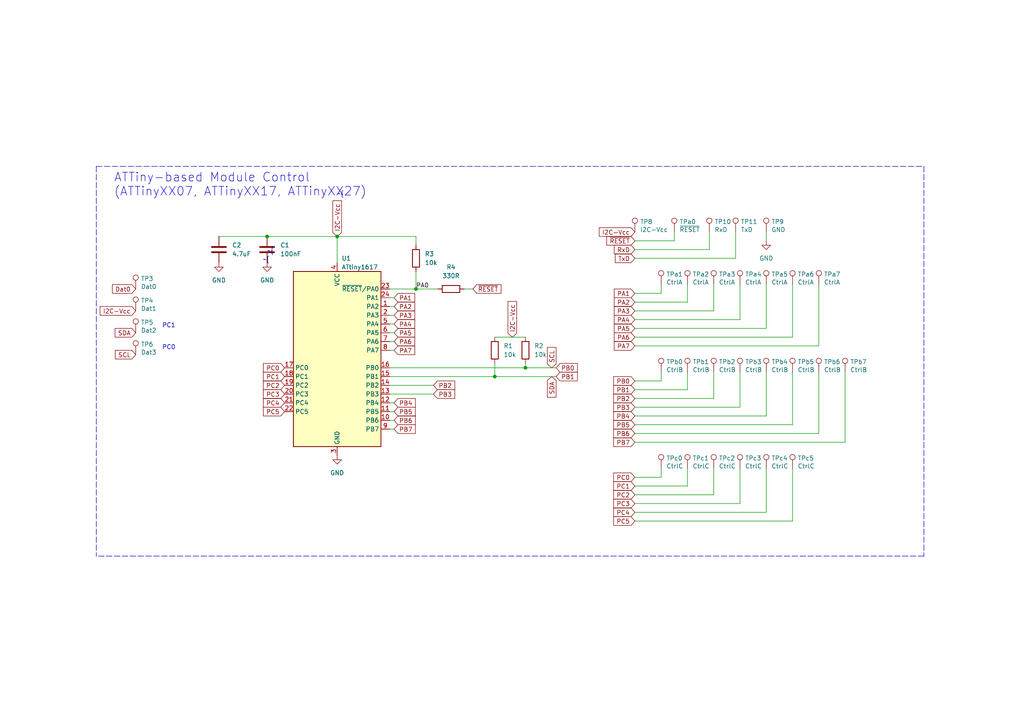
<source format=kicad_sch>
(kicad_sch (version 20211123) (generator eeschema)
  (paper "A4")
  (lib_symbols
    (symbol "Connector:TestPoint" (pin_numbers hide) (pin_names (offset 0.762) hide)
      (property "Reference" "TP" (at 0 6.858 0))
      (property "Value" "TestPoint" (at 0 5.08 0))
      (symbol "TestPoint_0_1"
        (circle (center 0 3.302) (radius 0.762))
      )
      (symbol "TestPoint_1_1"
        (pin passive line (at 0 0 90) (length 2.54) (name "1") (number "1"))
      )
    )
    (symbol "Device:C" (pin_numbers hide) (pin_names (offset 0.254))
      (property "Reference" "C" (at 0.635 2.54 0))
      (property "Value" "C" (at 0.635 -2.54 0))
      (symbol "C_0_1"
        (polyline (pts (xy -2.032 -0.762) (xy 2.032 -0.762)) (stroke (width 0.508)))
        (polyline (pts (xy -2.032 0.762) (xy 2.032 0.762)) (stroke (width 0.508)))
      )
      (symbol "C_1_1"
        (pin passive line (at 0 3.81 270) (length 2.794) (name "~") (number "1"))
        (pin passive line (at 0 -3.81 90) (length 2.794) (name "~") (number "2"))
      )
    )
    (symbol "Device:R" (pin_numbers hide) (pin_names (offset 0))
      (property "Reference" "R" (at 2.032 0 90))
      (property "Value" "R" (at 0 0 90))
      (symbol "R_0_1"
        (rectangle (start -1.016 -2.54) (end 1.016 2.54) (stroke (width 0.254)))
      )
      (symbol "R_1_1"
        (pin passive line (at 0 3.81 270) (length 1.27) (name "~") (number "1"))
        (pin passive line (at 0 -3.81 90) (length 1.27) (name "~") (number "2"))
      )
    )
    (symbol "MCU_Microchip_ATtiny:ATtiny817-M"
      (property "Reference" "U" (at -12.7 26.67 0))
      (property "Value" "ATtiny817-M" (at 2.54 -26.67 0))
      (symbol "ATtiny817-M_0_1"
        (rectangle (start -12.7 -25.4) (end 12.7 25.4) (stroke (width 0.254)) (fill (type background)))
      )
      (symbol "ATtiny817-M_1_1"
        (pin bidirectional line (at 15.24 15.24 180) (length 2.54) (name "PA2") (number "1"))
        (pin bidirectional line (at 15.24 -17.78 180) (length 2.54) (name "PB6") (number "10"))
        (pin bidirectional line (at 15.24 -15.24 180) (length 2.54) (name "PB5") (number "11"))
        (pin bidirectional line (at 15.24 -12.7 180) (length 2.54) (name "PB4") (number "12"))
        (pin bidirectional line (at 15.24 -10.16 180) (length 2.54) (name "PB3") (number "13"))
        (pin bidirectional line (at 15.24 -7.62 180) (length 2.54) (name "PB2") (number "14"))
        (pin bidirectional line (at 15.24 -5.08 180) (length 2.54) (name "PB1") (number "15"))
        (pin bidirectional line (at 15.24 -2.54 180) (length 2.54) (name "PB0") (number "16"))
        (pin bidirectional line (at -15.24 -2.54 0) (length 2.54) (name "PC0") (number "17"))
        (pin bidirectional line (at -15.24 -5.08 0) (length 2.54) (name "PC1") (number "18"))
        (pin bidirectional line (at -15.24 -7.62 0) (length 2.54) (name "PC2") (number "19"))
        (pin bidirectional line (at 15.24 12.7 180) (length 2.54) (name "PA3") (number "2"))
        (pin bidirectional line (at -15.24 -10.16 0) (length 2.54) (name "PC3") (number "20"))
        (pin bidirectional line (at -15.24 -12.7 0) (length 2.54) (name "PC4") (number "21"))
        (pin bidirectional line (at -15.24 -15.24 0) (length 2.54) (name "PC5") (number "22"))
        (pin bidirectional line (at 15.24 20.32 180) (length 2.54) (name "~{RESET}/PA0") (number "23"))
        (pin bidirectional line (at 15.24 17.78 180) (length 2.54) (name "PA1") (number "24"))
        (pin passive line (at 0 -27.94 90) (length 2.54) hide (name "GND") (number "25"))
        (pin power_in line (at 0 -27.94 90) (length 2.54) (name "GND") (number "3"))
        (pin power_in line (at 0 27.94 270) (length 2.54) (name "VCC") (number "4"))
        (pin bidirectional line (at 15.24 10.16 180) (length 2.54) (name "PA4") (number "5"))
        (pin bidirectional line (at 15.24 7.62 180) (length 2.54) (name "PA5") (number "6"))
        (pin bidirectional line (at 15.24 5.08 180) (length 2.54) (name "PA6") (number "7"))
        (pin bidirectional line (at 15.24 2.54 180) (length 2.54) (name "PA7") (number "8"))
        (pin bidirectional line (at 15.24 -20.32 180) (length 2.54) (name "PB7") (number "9"))
      )
    )
    (symbol "power:GND" (power) (pin_names (offset 0))
      (property "Value" "GND" (at 0 -3.81 0))
      (symbol "GND_0_1"
        (polyline (pts (xy 0 0) (xy 0 -1.27) (xy 1.27 -1.27) (xy 0 -2.54) (xy -1.27 -1.27) (xy 0 -1.27)))
      )
      (symbol "GND_1_1"
        (pin power_in line (at 0 0 270) (length 0) hide (name "GND") (number "1"))
      )
    )
  )
  (junction (at 152.4 106.68))
  (junction (at 97.79 68.58))
  (junction (at 120.65 83.82))
  (junction (at 77.47 68.58))
  (junction (at 143.51 109.22))
  (wire (pts (xy 113.03 124.46) (xy 114.3 124.46)))
  (wire (pts (xy 207.01 135.89) (xy 207.01 143.51)))
  (wire (pts (xy 191.77 85.09) (xy 191.77 82.55)))
  (wire (pts (xy 113.03 121.92) (xy 114.3 121.92)))
  (wire (pts (xy 113.03 114.3) (xy 125.73 114.3)))
  (wire (pts (xy 184.15 69.85) (xy 195.58 69.85)))
  (wire (pts (xy 229.87 135.89) (xy 229.87 151.13)))
  (wire (pts (xy 113.03 91.44) (xy 114.3 91.44)))
  (wire (pts (xy 237.49 125.73) (xy 237.49 107.95)))
  (wire (pts (xy 229.87 97.79) (xy 229.87 82.55)))
  (wire (pts (xy 222.25 95.25) (xy 222.25 82.55)))
  (wire (pts (xy 120.65 78.74) (xy 120.65 83.82)))
  (wire (pts (xy 113.03 99.06) (xy 114.3 99.06)))
  (wire (pts (xy 97.79 68.58) (xy 97.79 76.2)))
  (wire (pts (xy 143.51 105.41) (xy 143.51 109.22)))
  (wire (pts (xy 184.15 120.65) (xy 222.25 120.65)))
  (wire (pts (xy 184.15 87.63) (xy 199.39 87.63)))
  (wire (pts (xy 191.77 138.43) (xy 191.77 135.89)))
  (wire (pts (xy 113.03 111.76) (xy 125.73 111.76)))
  (wire (pts (xy 184.15 92.71) (xy 214.63 92.71)))
  (wire (pts (xy 205.74 72.39) (xy 205.74 67.31)))
  (wire (pts (xy 77.47 68.58) (xy 97.79 68.58)))
  (wire (pts (xy 222.25 69.85) (xy 222.25 67.31)))
  (wire (pts (xy 184.15 115.57) (xy 207.01 115.57)))
  (wire (pts (xy 113.03 86.36) (xy 114.3 86.36)))
  (wire (pts (xy 191.77 110.49) (xy 191.77 107.95)))
  (wire (pts (xy 113.03 93.98) (xy 114.3 93.98)))
  (wire (pts (xy 214.63 107.95) (xy 214.63 118.11)))
  (wire (pts (xy 152.4 106.68) (xy 113.03 106.68)))
  (wire (pts (xy 184.15 110.49) (xy 191.77 110.49)))
  (wire (pts (xy 113.03 96.52) (xy 114.3 96.52)))
  (wire (pts (xy 184.15 148.59) (xy 222.25 148.59)))
  (wire (pts (xy 113.03 119.38) (xy 114.3 119.38)))
  (wire (pts (xy 184.15 74.93) (xy 213.36 74.93)))
  (wire (pts (xy 184.15 140.97) (xy 199.39 140.97)))
  (wire (pts (xy 113.03 83.82) (xy 120.65 83.82)))
  (wire (pts (xy 184.15 97.79) (xy 229.87 97.79)))
  (wire (pts (xy 184.15 151.13) (xy 229.87 151.13)))
  (wire (pts (xy 63.5 68.58) (xy 77.47 68.58)))
  (wire (pts (xy 184.15 113.03) (xy 199.39 113.03)))
  (wire (pts (xy 199.39 113.03) (xy 199.39 107.95)))
  (wire (pts (xy 184.15 90.17) (xy 207.01 90.17)))
  (wire (pts (xy 184.15 138.43) (xy 191.77 138.43)))
  (polyline (pts (xy 27.94 48.26) (xy 267.97 48.26)))
  (wire (pts (xy 184.15 118.11) (xy 214.63 118.11)))
  (wire (pts (xy 229.87 123.19) (xy 229.87 107.95)))
  (wire (pts (xy 120.65 68.58) (xy 120.65 71.12)))
  (polyline (pts (xy 27.94 48.26) (xy 27.94 161.29)))
  (wire (pts (xy 184.15 128.27) (xy 245.11 128.27)))
  (wire (pts (xy 120.65 83.82) (xy 127 83.82)))
  (wire (pts (xy 184.15 85.09) (xy 191.77 85.09)))
  (wire (pts (xy 184.15 95.25) (xy 222.25 95.25)))
  (polyline (pts (xy 267.97 48.26) (xy 267.97 161.29)))
  (wire (pts (xy 195.58 69.85) (xy 195.58 67.31)))
  (wire (pts (xy 97.79 68.58) (xy 120.65 68.58)))
  (wire (pts (xy 214.63 82.55) (xy 214.63 92.71)))
  (wire (pts (xy 207.01 115.57) (xy 207.01 107.95)))
  (wire (pts (xy 199.39 140.97) (xy 199.39 135.89)))
  (wire (pts (xy 245.11 128.27) (xy 245.11 107.95)))
  (wire (pts (xy 143.51 97.79) (xy 152.4 97.79)))
  (wire (pts (xy 207.01 90.17) (xy 207.01 82.55)))
  (wire (pts (xy 184.15 125.73) (xy 237.49 125.73)))
  (wire (pts (xy 222.25 135.89) (xy 222.25 148.59)))
  (wire (pts (xy 184.15 72.39) (xy 205.74 72.39)))
  (wire (pts (xy 184.15 146.05) (xy 214.63 146.05)))
  (wire (pts (xy 113.03 101.6) (xy 114.3 101.6)))
  (wire (pts (xy 213.36 74.93) (xy 213.36 67.31)))
  (wire (pts (xy 134.62 83.82) (xy 137.16 83.82)))
  (wire (pts (xy 143.51 109.22) (xy 113.03 109.22)))
  (polyline (pts (xy 267.97 161.29) (xy 27.94 161.29)))
  (wire (pts (xy 184.15 143.51) (xy 207.01 143.51)))
  (wire (pts (xy 152.4 105.41) (xy 152.4 106.68)))
  (wire (pts (xy 222.25 120.65) (xy 222.25 107.95)))
  (wire (pts (xy 237.49 100.33) (xy 237.49 82.55)))
  (wire (pts (xy 199.39 87.63) (xy 199.39 82.55)))
  (wire (pts (xy 214.63 135.89) (xy 214.63 146.05)))
  (wire (pts (xy 113.03 88.9) (xy 114.3 88.9)))
  (wire (pts (xy 161.29 109.22) (xy 143.51 109.22)))
  (wire (pts (xy 113.03 116.84) (xy 114.3 116.84)))
  (wire (pts (xy 184.15 100.33) (xy 237.49 100.33)))
  (wire (pts (xy 184.15 123.19) (xy 229.87 123.19)))
  (wire (pts (xy 161.29 106.68) (xy 152.4 106.68)))
  (text "~{" (at 77.47 73.66 0) (effects (font (size 1.27 1.27)) (justify left bottom)))
  (text "PC0" (at 46.99 101.6 0) (effects (font (size 1.27 1.27)) (justify left bottom)))
  (text "~{" (at 76.2 76.2 0) (effects (font (size 1.27 1.27)) (justify left bottom)))
  (text "ATTiny-based Module Control\n(ATTinyXX07, ATTinyXX17, ATTinyXX27)" (at 33.02 57.15 0) (effects (font (size 2.54 2.54)) (justify left bottom)))
  (text "PC1" (at 46.99 95.25 0) (effects (font (size 1.27 1.27)) (justify left bottom)))
  (text "~{" (at 97.79 57.15 0) (effects (font (size 1.27 1.27)) (justify left bottom)))
  (label "PA0" (at 120.65 83.82 0))
  (global_label "RxD" (shape input) (at 184.15 72.39 180) (property "Intersheet References" "${INTERSHEET_REFS}" (effects hide)))
  (global_label "PB6" (shape input) (at 114.3 121.92 0) (property "Intersheet References" "${INTERSHEET_REFS}" (effects hide)))
  (global_label "I2C-Vcc" (shape input) (at 97.79 68.58 90) (property "Intersheet References" "${INTERSHEET_REFS}" (effects hide)))
  (global_label "PB1" (shape input) (at 184.15 113.03 180) (property "Intersheet References" "${INTERSHEET_REFS}" (effects hide)))
  (global_label "PB4" (shape input) (at 184.15 120.65 180) (property "Intersheet References" "${INTERSHEET_REFS}" (effects hide)))
  (global_label "SCL" (shape input) (at 160.02 106.68 90) (property "Intersheet References" "${INTERSHEET_REFS}" (effects hide)))
  (global_label "PA4" (shape input) (at 184.15 92.71 180) (property "Intersheet References" "${INTERSHEET_REFS}" (effects hide)))
  (global_label "TxD" (shape input) (at 184.15 74.93 180) (property "Intersheet References" "${INTERSHEET_REFS}" (effects hide)))
  (global_label "PB0" (shape input) (at 184.15 110.49 180) (property "Intersheet References" "${INTERSHEET_REFS}" (effects hide)))
  (global_label "SDA" (shape input) (at 160.02 109.22 270) (property "Intersheet References" "${INTERSHEET_REFS}" (effects hide)))
  (global_label "PC3" (shape input) (at 184.15 146.05 180) (property "Intersheet References" "${INTERSHEET_REFS}" (effects hide)))
  (global_label "PA2" (shape input) (at 114.3 88.9 0) (property "Intersheet References" "${INTERSHEET_REFS}" (effects hide)))
  (global_label "I2C-Vcc" (shape input) (at 184.15 67.31 180) (property "Intersheet References" "${INTERSHEET_REFS}" (effects hide)))
  (global_label "PC4" (shape input) (at 184.15 148.59 180) (property "Intersheet References" "${INTERSHEET_REFS}" (effects hide)))
  (global_label "PA2" (shape input) (at 184.15 87.63 180) (property "Intersheet References" "${INTERSHEET_REFS}" (effects hide)))
  (global_label "PA6" (shape input) (at 114.3 99.06 0) (property "Intersheet References" "${INTERSHEET_REFS}" (effects hide)))
  (global_label "PB3" (shape input) (at 184.15 118.11 180) (property "Intersheet References" "${INTERSHEET_REFS}" (effects hide)))
  (global_label "SDA" (shape input) (at 39.37 96.52 180) (property "Intersheet References" "${INTERSHEET_REFS}" (effects hide)))
  (global_label "PB6" (shape input) (at 184.15 125.73 180) (property "Intersheet References" "${INTERSHEET_REFS}" (effects hide)))
  (global_label "PA5" (shape input) (at 184.15 95.25 180) (property "Intersheet References" "${INTERSHEET_REFS}" (effects hide)))
  (global_label "PC3" (shape input) (at 82.55 114.3 180) (property "Intersheet References" "${INTERSHEET_REFS}" (effects hide)))
  (global_label "PC2" (shape input) (at 184.15 143.51 180) (property "Intersheet References" "${INTERSHEET_REFS}" (effects hide)))
  (global_label "PA4" (shape input) (at 114.3 93.98 0) (property "Intersheet References" "${INTERSHEET_REFS}" (effects hide)))
  (global_label "~{RESET}" (shape input) (at 184.15 69.85 180) (property "Intersheet References" "${INTERSHEET_REFS}" (effects hide)))
  (global_label "PB5" (shape input) (at 184.15 123.19 180) (property "Intersheet References" "${INTERSHEET_REFS}" (effects hide)))
  (global_label "PC0" (shape input) (at 184.15 138.43 180) (property "Intersheet References" "${INTERSHEET_REFS}" (effects hide)))
  (global_label "PA3" (shape input) (at 184.15 90.17 180) (property "Intersheet References" "${INTERSHEET_REFS}" (effects hide)))
  (global_label "PB5" (shape input) (at 114.3 119.38 0) (property "Intersheet References" "${INTERSHEET_REFS}" (effects hide)))
  (global_label "PB1" (shape input) (at 161.29 109.22 0) (property "Intersheet References" "${INTERSHEET_REFS}" (effects hide)))
  (global_label "PC1" (shape input) (at 82.55 109.22 180) (property "Intersheet References" "${INTERSHEET_REFS}" (effects hide)))
  (global_label "PA1" (shape input) (at 184.15 85.09 180) (property "Intersheet References" "${INTERSHEET_REFS}" (effects hide)))
  (global_label "PB2" (shape input) (at 125.73 111.76 0) (property "Intersheet References" "${INTERSHEET_REFS}" (effects hide)))
  (global_label "PA7" (shape input) (at 184.15 100.33 180) (property "Intersheet References" "${INTERSHEET_REFS}" (effects hide)))
  (global_label "PA3" (shape input) (at 114.3 91.44 0) (property "Intersheet References" "${INTERSHEET_REFS}" (effects hide)))
  (global_label "PB2" (shape input) (at 184.15 115.57 180) (property "Intersheet References" "${INTERSHEET_REFS}" (effects hide)))
  (global_label "PC5" (shape input) (at 82.55 119.38 180) (property "Intersheet References" "${INTERSHEET_REFS}" (effects hide)))
  (global_label "~{RESET}" (shape input) (at 137.16 83.82 0) (property "Intersheet References" "${INTERSHEET_REFS}" (effects hide)))
  (global_label "PA6" (shape input) (at 184.15 97.79 180) (property "Intersheet References" "${INTERSHEET_REFS}" (effects hide)))
  (global_label "PC5" (shape input) (at 184.15 151.13 180) (property "Intersheet References" "${INTERSHEET_REFS}" (effects hide)))
  (global_label "Dat0" (shape input) (at 39.37 83.82 180) (property "Intersheet References" "${INTERSHEET_REFS}" (effects hide)))
  (global_label "PB7" (shape input) (at 184.15 128.27 180) (property "Intersheet References" "${INTERSHEET_REFS}" (effects hide)))
  (global_label "PB3" (shape input) (at 125.73 114.3 0) (property "Intersheet References" "${INTERSHEET_REFS}" (effects hide)))
  (global_label "PC4" (shape input) (at 82.55 116.84 180) (property "Intersheet References" "${INTERSHEET_REFS}" (effects hide)))
  (global_label "SCL" (shape input) (at 39.37 102.87 180) (property "Intersheet References" "${INTERSHEET_REFS}" (effects hide)))
  (global_label "PB7" (shape input) (at 114.3 124.46 0) (property "Intersheet References" "${INTERSHEET_REFS}" (effects hide)))
  (global_label "PC0" (shape input) (at 82.55 106.68 180) (property "Intersheet References" "${INTERSHEET_REFS}" (effects hide)))
  (global_label "PC1" (shape input) (at 184.15 140.97 180) (property "Intersheet References" "${INTERSHEET_REFS}" (effects hide)))
  (global_label "PA1" (shape input) (at 114.3 86.36 0) (property "Intersheet References" "${INTERSHEET_REFS}" (effects hide)))
  (global_label "PC2" (shape input) (at 82.55 111.76 180) (property "Intersheet References" "${INTERSHEET_REFS}" (effects hide)))
  (global_label "I2C-Vcc" (shape input) (at 148.59 97.79 90) (property "Intersheet References" "${INTERSHEET_REFS}" (effects hide)))
  (global_label "PA5" (shape input) (at 114.3 96.52 0) (property "Intersheet References" "${INTERSHEET_REFS}" (effects hide)))
  (global_label "PB4" (shape input) (at 114.3 116.84 0) (property "Intersheet References" "${INTERSHEET_REFS}" (effects hide)))
  (global_label "I2C-Vcc" (shape input) (at 39.37 90.17 180) (property "Intersheet References" "${INTERSHEET_REFS}" (effects hide)))
  (global_label "PB0" (shape input) (at 161.29 106.68 0) (property "Intersheet References" "${INTERSHEET_REFS}" (effects hide)))
  (global_label "PA7" (shape input) (at 114.3 101.6 0) (property "Intersheet References" "${INTERSHEET_REFS}" (effects hide)))
  (symbol (lib_id "Connector:TestPoint") (at 39.37 83.82 0) (unit 1) (in_bom no)
    (property "Reference" "TP3" (at 40.8432 80.8228 0) (effects (justify left)))
    (property "Value" "Dat0" (at 40.8432 83.1342 0) (effects (justify left)))
    (property "Footprint" "tinker:TestPoint_THTPad_D1.0mm_Drill0.5mm" (effects hide))
  )
  (symbol (lib_id "Connector:TestPoint") (at 39.37 102.87 0) (unit 1) (in_bom no)
    (property "Reference" "TP6" (at 40.8432 99.8728 0) (effects (justify left)))
    (property "Value" "Dat3" (at 40.8432 102.1842 0) (effects (justify left)))
    (property "Footprint" "tinker:TestPoint_THTPad_D1.0mm_Drill0.5mm" (effects hide))
  )
  (symbol (lib_id "Connector:TestPoint") (at 214.63 135.89 0) (unit 1) (in_bom no)
    (property "Reference" "TPc3" (at 216.1032 132.8928 0) (effects (justify left)))
    (property "Value" "CtrlC" (at 216.1032 135.2042 0) (effects (justify left)))
    (property "Footprint" "tinker:TestPoint_THTPad_D1.0mm_Drill0.5mm" (effects hide))
  )
  (symbol (lib_id "Connector:TestPoint") (at 214.63 107.95 0) (unit 1) (in_bom no)
    (property "Reference" "TPb3" (at 216.1032 104.9528 0) (effects (justify left)))
    (property "Value" "CtrlB" (at 216.1032 107.2642 0) (effects (justify left)))
    (property "Footprint" "tinker:TestPoint_THTPad_D1.0mm_Drill0.5mm" (effects hide))
  )
  (symbol (lib_id "Connector:TestPoint") (at 191.77 82.55 0) (unit 1) (in_bom no)
    (property "Reference" "TPa1" (at 193.2432 79.5528 0) (effects (justify left)))
    (property "Value" "CtrlA" (at 193.2432 81.8642 0) (effects (justify left)))
    (property "Footprint" "tinker:TestPoint_THTPad_D1.0mm_Drill0.5mm" (effects hide))
  )
  (symbol (lib_id "Connector:TestPoint") (at 222.25 67.31 0) (unit 1) (in_bom no)
    (property "Reference" "TP9" (at 223.7232 64.3128 0) (effects (justify left)))
    (property "Value" "GND" (at 223.7232 66.6242 0) (effects (justify left)))
    (property "Footprint" "tinker:TestPoint_THTPad_D1.0mm_Drill0.5mm" (effects hide))
  )
  (symbol (lib_id "Device:R") (at 120.65 74.93 0) (unit 1)
    (property "Reference" "R3" (at 123.19 73.6599 0) (effects (justify left)))
    (property "Value" "10k" (at 123.19 76.1999 0) (effects (justify left)))
    (property "Footprint" "Resistor_SMD:R_0603_1608Metric" (effects hide))
    (property "LCSC" "C25804" (effects hide))
  )
  (symbol (lib_id "Connector:TestPoint") (at 205.74 67.31 0) (unit 1) (in_bom no) (on_board no)
    (property "Reference" "TP10" (at 207.2132 64.3128 0) (effects (justify left)))
    (property "Value" "RxD" (at 207.2132 66.6242 0) (effects (justify left)))
    (property "Footprint" "tinker:TestPoint_THTPad_D1.0mm_Drill0.5mm" (effects hide))
  )
  (symbol (lib_id "Connector:TestPoint") (at 195.58 67.31 0) (unit 1) (in_bom no)
    (property "Reference" "TPa0" (at 197.0532 64.3128 0) (effects (justify left)))
    (property "Value" "~{RESET}" (at 197.0532 66.6242 0) (effects (justify left)))
    (property "Footprint" "tinker:TestPoint_THTPad_D1.0mm_Drill0.5mm" (effects hide))
  )
  (symbol (lib_id "Connector:TestPoint") (at 191.77 135.89 0) (unit 1) (in_bom no)
    (property "Reference" "TPc0" (at 193.2432 132.8928 0) (effects (justify left)))
    (property "Value" "CtrlC" (at 193.2432 135.2042 0) (effects (justify left)))
    (property "Footprint" "tinker:TestPoint_THTPad_D1.0mm_Drill0.5mm" (effects hide))
  )
  (symbol (lib_id "Connector:TestPoint") (at 39.37 96.52 0) (unit 1) (in_bom no)
    (property "Reference" "TP5" (at 40.8432 93.5228 0) (effects (justify left)))
    (property "Value" "Dat2" (at 40.8432 95.8342 0) (effects (justify left)))
    (property "Footprint" "tinker:TestPoint_THTPad_D1.0mm_Drill0.5mm" (effects hide))
  )
  (symbol (lib_id "Connector:TestPoint") (at 222.25 82.55 0) (unit 1) (in_bom no)
    (property "Reference" "TPa5" (at 223.7232 79.5528 0) (effects (justify left)))
    (property "Value" "CtrlA" (at 223.7232 81.8642 0) (effects (justify left)))
    (property "Footprint" "tinker:TestPoint_THTPad_D1.0mm_Drill0.5mm" (effects hide))
  )
  (symbol (lib_id "Connector:TestPoint") (at 237.49 82.55 0) (unit 1) (in_bom no)
    (property "Reference" "TPa7" (at 238.9632 79.5528 0) (effects (justify left)))
    (property "Value" "CtrlA" (at 238.9632 81.8642 0) (effects (justify left)))
    (property "Footprint" "tinker:TestPoint_THTPad_D1.0mm_Drill0.5mm" (effects hide))
  )
  (symbol (lib_id "Connector:TestPoint") (at 207.01 82.55 0) (unit 1) (in_bom no)
    (property "Reference" "TPa3" (at 208.4832 79.5528 0) (effects (justify left)))
    (property "Value" "CtrlA" (at 208.4832 81.8642 0) (effects (justify left)))
    (property "Footprint" "tinker:TestPoint_THTPad_D1.0mm_Drill0.5mm" (effects hide))
  )
  (symbol (lib_id "Connector:TestPoint") (at 184.15 67.31 0) (unit 1) (in_bom no)
    (property "Reference" "TP8" (at 185.6232 64.3128 0) (effects (justify left)))
    (property "Value" "I2C-Vcc" (at 185.6232 66.6242 0) (effects (justify left)))
    (property "Footprint" "tinker:TestPoint_THTPad_D1.0mm_Drill0.5mm" (effects hide))
  )
  (symbol (lib_id "Connector:TestPoint") (at 214.63 82.55 0) (unit 1) (in_bom no)
    (property "Reference" "TPa4" (at 216.1032 79.5528 0) (effects (justify left)))
    (property "Value" "CtrlA" (at 216.1032 81.8642 0) (effects (justify left)))
    (property "Footprint" "tinker:TestPoint_THTPad_D1.0mm_Drill0.5mm" (effects hide))
  )
  (symbol (lib_id "power:GND") (at 97.79 132.08 0) (unit 1)
    (property "Reference" "#PWR0103" (effects hide))
    (property "Value" "GND" (at 97.79 137.16 0))
  )
  (symbol (lib_id "Connector:TestPoint") (at 191.77 107.95 0) (unit 1) (in_bom no)
    (property "Reference" "TPb0" (at 193.2432 104.9528 0) (effects (justify left)))
    (property "Value" "CtrlB" (at 193.2432 107.2642 0) (effects (justify left)))
    (property "Footprint" "tinker:TestPoint_THTPad_D1.0mm_Drill0.5mm" (effects hide))
  )
  (symbol (lib_id "Connector:TestPoint") (at 207.01 107.95 0) (unit 1) (in_bom no)
    (property "Reference" "TPb2" (at 208.4832 104.9528 0) (effects (justify left)))
    (property "Value" "CtrlB" (at 208.4832 107.2642 0) (effects (justify left)))
    (property "Footprint" "tinker:TestPoint_THTPad_D1.0mm_Drill0.5mm" (effects hide))
  )
  (symbol (lib_id "Connector:TestPoint") (at 199.39 135.89 0) (unit 1) (in_bom no)
    (property "Reference" "TPc1" (at 200.8632 132.8928 0) (effects (justify left)))
    (property "Value" "CtrlC" (at 200.8632 135.2042 0) (effects (justify left)))
    (property "Footprint" "tinker:TestPoint_THTPad_D1.0mm_Drill0.5mm" (effects hide))
  )
  (symbol (lib_id "Connector:TestPoint") (at 222.25 135.89 0) (unit 1) (in_bom no)
    (property "Reference" "TPc4" (at 223.7232 132.8928 0) (effects (justify left)))
    (property "Value" "CtrlC" (at 223.7232 135.2042 0) (effects (justify left)))
    (property "Footprint" "tinker:TestPoint_THTPad_D1.0mm_Drill0.5mm" (effects hide))
  )
  (symbol (lib_id "Connector:TestPoint") (at 237.49 107.95 0) (unit 1) (in_bom no)
    (property "Reference" "TPb6" (at 238.9632 104.9528 0) (effects (justify left)))
    (property "Value" "CtrlB" (at 238.9632 107.2642 0) (effects (justify left)))
    (property "Footprint" "tinker:TestPoint_THTPad_D1.0mm_Drill0.5mm" (effects hide))
  )
  (symbol (lib_id "Connector:TestPoint") (at 229.87 107.95 0) (unit 1) (in_bom no)
    (property "Reference" "TPb5" (at 231.3432 104.9528 0) (effects (justify left)))
    (property "Value" "CtrlB" (at 231.3432 107.2642 0) (effects (justify left)))
    (property "Footprint" "tinker:TestPoint_THTPad_D1.0mm_Drill0.5mm" (effects hide))
  )
  (symbol (lib_id "Connector:TestPoint") (at 245.11 107.95 0) (unit 1) (in_bom no)
    (property "Reference" "TPb7" (at 246.5832 104.9528 0) (effects (justify left)))
    (property "Value" "CtrlB" (at 246.5832 107.2642 0) (effects (justify left)))
    (property "Footprint" "tinker:TestPoint_THTPad_D1.0mm_Drill0.5mm" (effects hide))
  )
  (symbol (lib_id "Connector:TestPoint") (at 229.87 82.55 0) (unit 1) (in_bom no)
    (property "Reference" "TPa6" (at 231.3432 79.5528 0) (effects (justify left)))
    (property "Value" "CtrlA" (at 231.3432 81.8642 0) (effects (justify left)))
    (property "Footprint" "tinker:TestPoint_THTPad_D1.0mm_Drill0.5mm" (effects hide))
  )
  (symbol (lib_id "MCU_Microchip_ATtiny:ATtiny817-M") (at 97.79 104.14 0) (unit 1)
    (property "Reference" "U1" (at 99.06 74.93 0) (effects (justify left)))
    (property "Value" "ATtiny1617" (at 99.06 77.47 0) (effects (justify left)))
    (property "Footprint" "Package_DFN_QFN:QFN-24-1EP_4x4mm_P0.5mm_EP2.6x2.6mm" (effects hide))
    (property "Datasheet" "http://ww1.microchip.com/downloads/en/DeviceDoc/40001901B.pdf" (effects hide))
    (property "LCSC" "C1340514" (effects hide))
  )
  (symbol (lib_id "Connector:TestPoint") (at 222.25 107.95 0) (unit 1) (in_bom no)
    (property "Reference" "TPb4" (at 223.7232 104.9528 0) (effects (justify left)))
    (property "Value" "CtrlB" (at 223.7232 107.2642 0) (effects (justify left)))
    (property "Footprint" "tinker:TestPoint_THTPad_D1.0mm_Drill0.5mm" (effects hide))
  )
  (symbol (lib_id "power:GND") (at 63.5 76.2 0) (unit 1)
    (property "Reference" "#PWR0102" (effects hide))
    (property "Value" "GND" (at 63.5 81.28 0))
  )
  (symbol (lib_id "power:GND") (at 77.47 76.2 0) (unit 1)
    (property "Reference" "#PWR0101" (effects hide))
    (property "Value" "GND" (at 77.47 81.28 0))
  )
  (symbol (lib_id "Connector:TestPoint") (at 199.39 107.95 0) (unit 1) (in_bom no)
    (property "Reference" "TPb1" (at 200.8632 104.9528 0) (effects (justify left)))
    (property "Value" "CtrlB" (at 200.8632 107.2642 0) (effects (justify left)))
    (property "Footprint" "tinker:TestPoint_THTPad_D1.0mm_Drill0.5mm" (effects hide))
  )
  (symbol (lib_id "Connector:TestPoint") (at 207.01 135.89 0) (unit 1) (in_bom no)
    (property "Reference" "TPc2" (at 208.4832 132.8928 0) (effects (justify left)))
    (property "Value" "CtrlC" (at 208.4832 135.2042 0) (effects (justify left)))
    (property "Footprint" "tinker:TestPoint_THTPad_D1.0mm_Drill0.5mm" (effects hide))
  )
  (symbol (lib_id "Connector:TestPoint") (at 39.37 90.17 0) (unit 1) (in_bom no)
    (property "Reference" "TP4" (at 40.8432 87.1728 0) (effects (justify left)))
    (property "Value" "Dat1" (at 40.8432 89.4842 0) (effects (justify left)))
    (property "Footprint" "tinker:TestPoint_THTPad_D1.0mm_Drill0.5mm" (effects hide))
  )
  (symbol (lib_id "Device:C") (at 63.5 72.39 0) (unit 1)
    (property "Reference" "C2" (at 67.31 71.1199 0) (effects (justify left)))
    (property "Value" "4.7uF" (at 67.31 73.6599 0) (effects (justify left)))
    (property "Footprint" "Capacitor_SMD:C_0805_2012Metric" (effects hide))
    (property "LCSC" "C107153" (effects hide))
  )
  (symbol (lib_id "Device:R") (at 152.4 101.6 0) (unit 1)
    (property "Reference" "R2" (at 154.94 100.3299 0) (effects (justify left)))
    (property "Value" "10k" (at 154.94 102.8699 0) (effects (justify left)))
    (property "Footprint" "Resistor_SMD:R_0603_1608Metric" (effects hide))
    (property "LCSC" "C25804" (effects hide))
  )
  (symbol (lib_id "Connector:TestPoint") (at 229.87 135.89 0) (unit 1) (in_bom no)
    (property "Reference" "TPc5" (at 231.3432 132.8928 0) (effects (justify left)))
    (property "Value" "CtrlC" (at 231.3432 135.2042 0) (effects (justify left)))
    (property "Footprint" "tinker:TestPoint_THTPad_D1.0mm_Drill0.5mm" (effects hide))
  )
  (symbol (lib_id "Device:C") (at 77.47 72.39 0) (unit 1)
    (property "Reference" "C1" (at 81.28 71.1199 0) (effects (justify left)))
    (property "Value" "100nF" (at 81.28 73.6599 0) (effects (justify left)))
    (property "Footprint" "Capacitor_SMD:C_0603_1608Metric" (effects hide))
    (property "LCSC" "C14663" (effects hide))
  )
  (symbol (lib_id "Connector:TestPoint") (at 199.39 82.55 0) (unit 1) (in_bom no)
    (property "Reference" "TPa2" (at 200.8632 79.5528 0) (effects (justify left)))
    (property "Value" "CtrlA" (at 200.8632 81.8642 0) (effects (justify left)))
    (property "Footprint" "tinker:TestPoint_THTPad_D1.0mm_Drill0.5mm" (effects hide))
  )
  (symbol (lib_id "Connector:TestPoint") (at 213.36 67.31 0) (unit 1) (in_bom no) (on_board no)
    (property "Reference" "TP11" (at 214.8332 64.3128 0) (effects (justify left)))
    (property "Value" "TxD" (at 214.8332 66.6242 0) (effects (justify left)))
    (property "Footprint" "tinker:TestPoint_THTPad_D1.0mm_Drill0.5mm" (effects hide))
  )
  (symbol (lib_id "power:GND") (at 222.25 69.85 0) (unit 1)
    (property "Reference" "#PWR0106" (effects hide))
    (property "Value" "GND" (at 222.25 74.93 0))
  )
  (symbol (lib_id "Device:R") (at 130.81 83.82 90) (unit 1)
    (property "Reference" "R4" (at 130.81 77.47 90))
    (property "Value" "330R" (at 130.81 80.01 90))
    (property "Footprint" "Resistor_SMD:R_0603_1608Metric" (effects hide))
    (property "LCSC" "C23138" (effects hide))
  )
  (symbol (lib_id "Device:R") (at 143.51 101.6 0) (unit 1)
    (property "Reference" "R1" (at 146.05 100.3299 0) (effects (justify left)))
    (property "Value" "10k" (at 146.05 102.8699 0) (effects (justify left)))
    (property "Footprint" "Resistor_SMD:R_0603_1608Metric" (effects hide))
    (property "LCSC" "C25804" (effects hide))
  )
)
</source>
